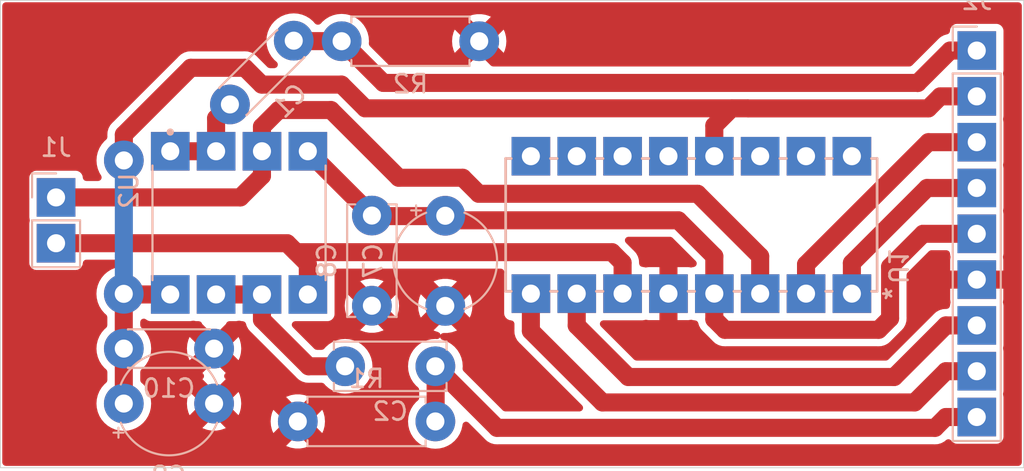
<source format=kicad_pcb>
(kicad_pcb (version 20221018) (generator pcbnew)
  (layers (0 "F.Cu" signal) (31 "B.Cu" signal) (35 "F.Paste" user) (37 "F.SilkS" user "F.Silkscreen") (39 "F.Mask" user) (44 "Edge.Cuts" user))
  (net 0 "")
  (net 1 "/DigiSelect1")
  (net 2 "GND")
  (net 10 "/DigiSelect2")
  (net 11 "/CURR_CH1")
  (net 12 "/CURR_CH2")
  (net 13 "/ADC_CH1")
  (net 14 "/ADC_CH2")
  (net 15 "/CH1")
  (net 16 "/CH2")
  (net 17 "/+12V")
  (net 18 "/-12V")
  (net 19 "/Neg1_Feedback")
  (net 20 "/Neg2_FeedBack")
  (footprint "Connector_PinSocket_2.54mm:PinSocket_1x02_P2.54mm_Vertical" (layer "B.Cu") (at 3.08 10.922 180)
    (fp_text reference "J1" (at 0 2.77) (layer "B.SilkS") (effects (justify mirror)))
    (fp_text value "Conn_01x02")
    (fp_line (start -1.33 -3.87) (end 1.33 -3.87) (stroke (width 0.12)) (layer "B.SilkS"))
    (fp_line (start -1.33 -1.27) (end -1.33 -3.87) (stroke (width 0.12)) (layer "B.SilkS"))
    (fp_line (start -1.33 -1.27) (end 1.33 -1.27) (stroke (width 0.12)) (layer "B.SilkS"))
    (fp_line (start 0 1.33) (end 1.33 1.33) (stroke (width 0.12)) (layer "B.SilkS"))
    (fp_line (start 1.33 -1.27) (end 1.33 -3.87) (stroke (width 0.12)) (layer "B.SilkS"))
    (fp_line (start 1.33 1.33) (end 1.33 0) (stroke (width 0.12)) (layer "B.SilkS"))
    (pad "1" thru_hole rect (at 0 0 180) (size 2.14 2.14) (drill 1) (layers "*.Cu" "*.Mask") (net 15 "/CH1"))
    (pad "2" thru_hole rect (at 0 -2.54 180) (size 2.14 2.14) (drill 1) (layers "*.Cu" "*.Mask") (net 16 "/CH2"))
  )
  (footprint "Capacitor_THT:C_Disc_D4.3mm_W1.9mm_P5.00mm" (layer "B.Cu") (at 6.8326 19.304)
    (fp_text reference "C10" (at 2.5 2.2) (layer "B.SilkS") (effects (justify mirror)))
    (fp_text value "1n")
    (fp_line (start 0.23 -1.07) (end 4.77 -1.07) (stroke (width 0.12)) (layer "B.SilkS"))
    (fp_line (start 0.23 -1.055) (end 0.23 -1.07) (stroke (width 0.12)) (layer "B.SilkS"))
    (fp_line (start 0.23 1.07) (end 0.23 1.055) (stroke (width 0.12)) (layer "B.SilkS"))
    (fp_line (start 0.23 1.07) (end 4.77 1.07) (stroke (width 0.12)) (layer "B.SilkS"))
    (fp_line (start 4.77 -1.055) (end 4.77 -1.07) (stroke (width 0.12)) (layer "B.SilkS"))
    (fp_line (start 4.77 1.07) (end 4.77 1.055) (stroke (width 0.12)) (layer "B.SilkS"))
    (pad "1" thru_hole circle (at 0 0) (size 2.2 2.2) (drill 1) (layers "*.Cu" "*.Mask") (net 17 "/+12V"))
    (pad "2" thru_hole circle (at 5 0) (size 2.2 2.2) (drill 1) (layers "*.Cu" "*.Mask") (net 2 "GND"))
  )
  (footprint "Resistor_THT:R_Axial_DIN0207_L6.3mm_D2.5mm_P7.62mm_Horizontal" (layer "B.Cu") (at 18.8976 2.2606)
    (fp_text reference "R2" (at 3.81 2.37) (layer "B.SilkS") (effects (justify mirror)))
    (fp_text value "27 kΩ")
    (fp_line (start 0.54 -1.37) (end 7.08 -1.37) (stroke (width 0.12)) (layer "B.SilkS"))
    (fp_line (start 0.54 -1.04) (end 0.54 -1.37) (stroke (width 0.12)) (layer "B.SilkS"))
    (fp_line (start 0.54 1.04) (end 0.54 1.37) (stroke (width 0.12)) (layer "B.SilkS"))
    (fp_line (start 0.54 1.37) (end 7.08 1.37) (stroke (width 0.12)) (layer "B.SilkS"))
    (fp_line (start 7.08 -1.37) (end 7.08 -1.04) (stroke (width 0.12)) (layer "B.SilkS"))
    (fp_line (start 7.08 1.37) (end 7.08 1.04) (stroke (width 0.12)) (layer "B.SilkS"))
    (pad "1" thru_hole circle (at 0 0) (size 2.2 2.2) (drill 1) (layers "*.Cu" "*.Mask") (net 13 "/ADC_CH1"))
    (pad "2" thru_hole circle (at 7.62 0) (size 2.2 2.2) (drill 1) (layers "*.Cu" "*.Mask") (net 2 "GND"))
  )
  (footprint "Capacitor_THT:CP_Radial_Tantal_D5.5mm_P5.00mm" (layer "B.Cu") (at 6.8326 22.352)
    (fp_text reference "C9" (at 2.5 4 180) (layer "B.SilkS") (effects (justify mirror)))
    (fp_text value "1µ")
    (fp_line (start -0.572262 1.615) (end -0.022262 1.615) (stroke (width 0.12)) (layer "B.SilkS"))
    (fp_line (start -0.297262 1.89) (end -0.297262 1.34) (stroke (width 0.12)) (layer "B.SilkS"))
    (fp_arc (start -0.167077 -1.06) (mid 2.5 -2.87) (end 5.167077 -1.06) (stroke (width 0.12)) (layer "B.SilkS"))
    (fp_arc (start 5.167077 1.06) (mid 2.5 2.87) (end -0.167077 1.06) (stroke (width 0.12)) (layer "B.SilkS"))
    (pad "1" thru_hole circle (at 0 0) (size 2.2 2.2) (drill 1) (layers "*.Cu" "*.Mask") (net 17 "/+12V"))
    (pad "2" thru_hole circle (at 5 0) (size 2.2 2.2) (drill 1) (layers "*.Cu" "*.Mask") (net 2 "GND"))
  )
  (footprint "Capacitor_THT:CP_Radial_Tantal_D5.5mm_P5.00mm" (layer "B.Cu") (at 24.638 11.938 -90)
    (fp_text reference "C7" (at 2.5 4 90) (layer "B.SilkS") (effects (justify mirror)))
    (fp_text value "1µ")
    (fp_line (start -0.572262 1.615) (end -0.022262 1.615) (stroke (width 0.12)) (layer "B.SilkS"))
    (fp_line (start -0.297262 1.89) (end -0.297262 1.34) (stroke (width 0.12)) (layer "B.SilkS"))
    (fp_arc (start -0.167077 -1.06) (mid 2.5 -2.87) (end 5.167077 -1.06) (stroke (width 0.12)) (layer "B.SilkS"))
    (fp_arc (start 5.167077 1.06) (mid 2.5 2.87) (end -0.167077 1.06) (stroke (width 0.12)) (layer "B.SilkS"))
    (pad "1" thru_hole circle (at 0 0 270) (size 2.2 2.2) (drill 1) (layers "*.Cu" "*.Mask") (net 18 "/-12V"))
    (pad "2" thru_hole circle (at 5 0 270) (size 2.2 2.2) (drill 1) (layers "*.Cu" "*.Mask") (net 2 "GND"))
  )
  (footprint "Capacitor_THT:C_Disc_D4.3mm_W1.9mm_P5.00mm" (layer "B.Cu") (at 12.710233 5.7658 45)
    (fp_text reference "C1" (at 2.5 2.2 45) (layer "B.SilkS") (effects (justify mirror)))
    (fp_text value "10n")
    (fp_line (start 0.23 -1.07) (end 4.77 -1.07) (stroke (width 0.12)) (layer "B.SilkS"))
    (fp_line (start 0.23 -1.055) (end 0.23 -1.07) (stroke (width 0.12)) (layer "B.SilkS"))
    (fp_line (start 0.23 1.07) (end 0.23 1.055) (stroke (width 0.12)) (layer "B.SilkS"))
    (fp_line (start 0.23 1.07) (end 4.77 1.07) (stroke (width 0.12)) (layer "B.SilkS"))
    (fp_line (start 4.77 -1.055) (end 4.77 -1.07) (stroke (width 0.12)) (layer "B.SilkS"))
    (fp_line (start 4.77 1.07) (end 4.77 1.055) (stroke (width 0.12)) (layer "B.SilkS"))
    (pad "1" thru_hole circle (at 0 0 45) (size 2.2 2.2) (drill 1) (layers "*.Cu" "*.Mask") (net 19 "/Neg1_Feedback"))
    (pad "2" thru_hole circle (at 5 0 45) (size 2.2 2.2) (drill 1) (layers "*.Cu" "*.Mask") (net 13 "/ADC_CH1"))
  )
  (footprint "ADG442:N_16_ADI" (layer "B.Cu") (at 47.16 16.256 90)
    (fp_text reference "U1" (at 1.524 2.54 -90 unlocked) (layer "B.SilkS") (effects (justify mirror)))
    (fp_text value "ADG442BNZ")
    (fp_text user "*" (at 0 2.286 90) (layer "B.SilkS") (effects (justify mirror)))
    (fp_line (start 0.127 -19.177) (end 7.493 -19.177) (stroke (width 0.1524)) (layer "B.SilkS"))
    (fp_line (start 0.127 -18.867348) (end 0.127 -19.177) (stroke (width 0.1524)) (layer "B.SilkS"))
    (fp_line (start 0.127 -16.327348) (end 0.127 -16.692652) (stroke (width 0.1524)) (layer "B.SilkS"))
    (fp_line (start 0.127 -13.787348) (end 0.127 -14.152652) (stroke (width 0.1524)) (layer "B.SilkS"))
    (fp_line (start 0.127 -11.247348) (end 0.127 -11.612652) (stroke (width 0.1524)) (layer "B.SilkS"))
    (fp_line (start 0.127 -8.707348) (end 0.127 -9.072652) (stroke (width 0.1524)) (layer "B.SilkS"))
    (fp_line (start 0.127 -6.167348) (end 0.127 -6.532652) (stroke (width 0.1524)) (layer "B.SilkS"))
    (fp_line (start 0.127 -3.627348) (end 0.127 -3.992652) (stroke (width 0.1524)) (layer "B.SilkS"))
    (fp_line (start 0.127 -1.09474) (end 0.127 -1.452652) (stroke (width 0.1524)) (layer "B.SilkS"))
    (fp_line (start 0.127 1.397) (end 0.127 1.09474) (stroke (width 0.1524)) (layer "B.SilkS"))
    (fp_line (start 7.493 -19.177) (end 7.493 -18.867348) (stroke (width 0.1524)) (layer "B.SilkS"))
    (fp_line (start 7.493 -16.692652) (end 7.493 -16.327348) (stroke (width 0.1524)) (layer "B.SilkS"))
    (fp_line (start 7.493 -14.152652) (end 7.493 -13.787348) (stroke (width 0.1524)) (layer "B.SilkS"))
    (fp_line (start 7.493 -11.612652) (end 7.493 -11.247348) (stroke (width 0.1524)) (layer "B.SilkS"))
    (fp_line (start 7.493 -9.072652) (end 7.493 -8.707348) (stroke (width 0.1524)) (layer "B.SilkS"))
    (fp_line (start 7.493 -6.532652) (end 7.493 -6.167348) (stroke (width 0.1524)) (layer "B.SilkS"))
    (fp_line (start 7.493 -3.992652) (end 7.493 -3.627348) (stroke (width 0.1524)) (layer "B.SilkS"))
    (fp_line (start 7.493 -1.452652) (end 7.493 -1.087348) (stroke (width 0.1524)) (layer "B.SilkS"))
    (fp_line (start 7.493 1.087348) (end 7.493 1.397) (stroke (width 0.1524)) (layer "B.SilkS"))
    (fp_line (start 7.493 1.397) (end 0.127 1.397) (stroke (width 0.1524)) (layer "B.SilkS"))
    (pad "1" thru_hole rect (at 0 0 90) (size 2.14 2.14) (drill 1) (layers "*.Cu" "*.Mask") (net 1 "/DigiSelect1"))
    (pad "2" thru_hole rect (at 0 -2.54 90) (size 2.14 2.14) (drill 1) (layers "*.Cu" "*.Mask") (net 11 "/CURR_CH1"))
    (pad "3" thru_hole rect (at 0 -5.08 90) (size 2.14 2.14) (drill 1) (layers "*.Cu" "*.Mask") (net 15 "/CH1"))
    (pad "4" thru_hole rect (at 0 -7.62 90) (size 2.14 2.14) (drill 1) (layers "*.Cu" "*.Mask") (net 18 "/-12V"))
    (pad "5" thru_hole rect (at 0 -10.16 90) (size 2.14 2.14) (drill 1) (layers "*.Cu" "*.Mask") (net 2 "GND"))
    (pad "6" thru_hole rect (at 0 -12.7 90) (size 2.14 2.14) (drill 1) (layers "*.Cu" "*.Mask") (net 16 "/CH2"))
    (pad "7" thru_hole rect (at 0 -15.24 90) (size 2.14 2.14) (drill 1) (layers "*.Cu" "*.Mask") (net 12 "/CURR_CH2"))
    (pad "8" thru_hole rect (at 0 -17.78 90) (size 2.14 2.14) (drill 1) (layers "*.Cu" "*.Mask") (net 10 "/DigiSelect2"))
    (pad "9" thru_hole rect (at 7.62 -17.78 90) (size 2.14 2.14) (drill 1) (layers "*.Cu" "*.Mask"))
    (pad "10" thru_hole rect (at 7.62 -15.24 90) (size 2.14 2.14) (drill 1) (layers "*.Cu" "*.Mask"))
    (pad "11" thru_hole rect (at 7.62 -12.7 90) (size 2.14 2.14) (drill 1) (layers "*.Cu" "*.Mask"))
    (pad "12" thru_hole rect (at 7.62 -10.16 90) (size 2.14 2.14) (drill 1) (layers "*.Cu" "*.Mask"))
    (pad "13" thru_hole rect (at 7.62 -7.62 90) (size 2.14 2.14) (drill 1) (layers "*.Cu" "*.Mask") (net 17 "/+12V"))
    (pad "14" thru_hole rect (at 7.62 -5.08 90) (size 2.14 2.14) (drill 1) (layers "*.Cu" "*.Mask"))
    (pad "15" thru_hole rect (at 7.62 -2.54 90) (size 2.14 2.14) (drill 1) (layers "*.Cu" "*.Mask"))
    (pad "16" thru_hole rect (at 7.62 0 90) (size 2.14 2.14) (drill 1) (layers "*.Cu" "*.Mask"))
  )
  (footprint "LF412:LF412CN" (layer "B.Cu") (at 13.215 12.332 -90)
    (fp_text reference "U2" (at -1.778 6.096 90) (layer "B.SilkS") (effects (justify mirror)))
    (fp_text value "LF412CN")
    (fp_line (start -3.175 -4.795) (end 3.175 -4.795) (stroke (width 0.127)) (layer "B.SilkS"))
    (fp_line (start -3.175 4.795) (end 3.175 4.795) (stroke (width 0.127)) (layer "B.SilkS"))
    (fp_circle (center -5.035 3.81) (end -4.935 3.81) (stroke (width 0.2)) (fill none) (layer "B.SilkS"))
    (pad "1" thru_hole rect (at -3.97 3.81 270) (size 2.14 2.14) (drill 1) (layers "*.Cu" "*.Mask") (net 19 "/Neg1_Feedback"))
    (pad "2" thru_hole rect (at -3.97 1.27 270) (size 2.14 2.14) (drill 1) (layers "*.Cu" "*.Mask") (net 19 "/Neg1_Feedback"))
    (pad "3" thru_hole rect (at -3.97 -1.27 270) (size 2.14 2.14) (drill 1) (layers "*.Cu" "*.Mask") (net 15 "/CH1"))
    (pad "4" thru_hole rect (at -3.97 -3.81 270) (size 2.14 2.14) (drill 1) (layers "*.Cu" "*.Mask") (net 18 "/-12V"))
    (pad "5" thru_hole rect (at 3.97 -3.81 270) (size 2.14 2.14) (drill 1) (layers "*.Cu" "*.Mask") (net 16 "/CH2"))
    (pad "6" thru_hole rect (at 3.97 -1.27 270) (size 2.14 2.14) (drill 1) (layers "*.Cu" "*.Mask") (net 20 "/Neg2_FeedBack"))
    (pad "7" thru_hole rect (at 3.97 1.27 270) (size 2.14 2.14) (drill 1) (layers "*.Cu" "*.Mask") (net 20 "/Neg2_FeedBack"))
    (pad "8" thru_hole rect (at 3.97 3.81 270) (size 2.14 2.14) (drill 1) (layers "*.Cu" "*.Mask") (net 17 "/+12V"))
  )
  (footprint "Capacitor_THT:C_Disc_D6.0mm_W2.5mm_P5.00mm" (layer "B.Cu") (at 19.09 20.2854)
    (fp_text reference "C2" (at 2.5 2.5) (layer "B.SilkS") (effects (justify mirror)))
    (fp_text value "10n")
    (fp_line (start -0.62 -1.37) (end 5.62 -1.37) (stroke (width 0.12)) (layer "B.SilkS"))
    (fp_line (start -0.62 -0.925) (end -0.62 -1.37) (stroke (width 0.12)) (layer "B.SilkS"))
    (fp_line (start -0.62 1.37) (end -0.62 0.925) (stroke (width 0.12)) (layer "B.SilkS"))
    (fp_line (start -0.62 1.37) (end 5.62 1.37) (stroke (width 0.12)) (layer "B.SilkS"))
    (fp_line (start 5.62 -0.925) (end 5.62 -1.37) (stroke (width 0.12)) (layer "B.SilkS"))
    (fp_line (start 5.62 1.37) (end 5.62 0.925) (stroke (width 0.12)) (layer "B.SilkS"))
    (pad "1" thru_hole circle (at 0 0) (size 2.2 2.2) (drill 1) (layers "*.Cu" "*.Mask") (net 20 "/Neg2_FeedBack"))
    (pad "2" thru_hole circle (at 5 0) (size 2.2 2.2) (drill 1) (layers "*.Cu" "*.Mask") (net 14 "/ADC_CH2"))
  )
  (footprint "Connector_PinSocket_2.54mm:PinSocket_1x09_P2.54mm_Vertical" (layer "B.Cu") (at 54.077 2.7786 180)
    (fp_text reference "J2" (at 0 2.77) (layer "B.SilkS") (effects (justify mirror)))
    (fp_text value "Conn_01x09")
    (fp_line (start -1.33 -21.65) (end 1.33 -21.65) (stroke (width 0.12)) (layer "B.SilkS"))
    (fp_line (start -1.33 -1.27) (end -1.33 -21.65) (stroke (width 0.12)) (layer "B.SilkS"))
    (fp_line (start -1.33 -1.27) (end 1.33 -1.27) (stroke (width 0.12)) (layer "B.SilkS"))
    (fp_line (start 0 1.33) (end 1.33 1.33) (stroke (width 0.12)) (layer "B.SilkS"))
    (fp_line (start 1.33 -1.27) (end 1.33 -21.65) (stroke (width 0.12)) (layer "B.SilkS"))
    (fp_line (start 1.33 1.33) (end 1.33 0) (stroke (width 0.12)) (layer "B.SilkS"))
    (pad "1" thru_hole rect (at 0 0 180) (size 2.14 2.14) (drill 1) (layers "*.Cu" "*.Mask") (net 13 "/ADC_CH1"))
    (pad "2" thru_hole rect (at 0 -2.54 180) (size 2.14 2.14) (drill 1) (layers "*.Cu" "*.Mask") (net 17 "/+12V"))
    (pad "3" thru_hole rect (at 0 -5.08 180) (size 2.14 2.14) (drill 1) (layers "*.Cu" "*.Mask") (net 11 "/CURR_CH1"))
    (pad "4" thru_hole rect (at 0 -7.62 180) (size 2.14 2.14) (drill 1) (layers "*.Cu" "*.Mask") (net 1 "/DigiSelect1"))
    (pad "5" thru_hole rect (at 0 -10.16 180) (size 2.14 2.14) (drill 1) (layers "*.Cu" "*.Mask") (net 18 "/-12V"))
    (pad "6" thru_hole rect (at 0 -12.7 180) (size 2.14 2.14) (drill 1) (layers "*.Cu" "*.Mask") (net 2 "GND"))
    (pad "7" thru_hole rect (at 0 -15.24 180) (size 2.14 2.14) (drill 1) (layers "*.Cu" "*.Mask") (net 12 "/CURR_CH2"))
    (pad "8" thru_hole rect (at 0 -17.78 180) (size 2.14 2.14) (drill 1) (layers "*.Cu" "*.Mask") (net 10 "/DigiSelect2"))
    (pad "9" thru_hole rect (at 0 -20.32 180) (size 2.14 2.14) (drill 1) (layers "*.Cu" "*.Mask") (net 14 "/ADC_CH2"))
  )
  (footprint "Resistor_THT:R_Axial_DIN0207_L6.3mm_D2.5mm_P7.62mm_Horizontal" (layer "B.Cu") (at 24.09 23.3426 180)
    (fp_text reference "R1" (at 3.81 2.37) (layer "B.SilkS") (effects (justify mirror)))
    (fp_text value "27 kΩ")
    (fp_line (start 0.54 -1.37) (end 7.08 -1.37) (stroke (width 0.12)) (layer "B.SilkS"))
    (fp_line (start 0.54 -1.04) (end 0.54 -1.37) (stroke (width 0.12)) (layer "B.SilkS"))
    (fp_line (start 0.54 1.04) (end 0.54 1.37) (stroke (width 0.12)) (layer "B.SilkS"))
    (fp_line (start 0.54 1.37) (end 7.08 1.37) (stroke (width 0.12)) (layer "B.SilkS"))
    (fp_line (start 7.08 -1.37) (end 7.08 -1.04) (stroke (width 0.12)) (layer "B.SilkS"))
    (fp_line (start 7.08 1.37) (end 7.08 1.04) (stroke (width 0.12)) (layer "B.SilkS"))
    (pad "1" thru_hole circle (at 0 0 180) (size 2.2 2.2) (drill 1) (layers "*.Cu" "*.Mask") (net 14 "/ADC_CH2"))
    (pad "2" thru_hole circle (at 7.62 0 180) (size 2.2 2.2) (drill 1) (layers "*.Cu" "*.Mask") (net 2 "GND"))
  )
  (footprint "Capacitor_THT:C_Disc_D6.0mm_W2.5mm_P5.00mm" (layer "B.Cu") (at 20.574 11.9272 -90)
    (fp_text reference "C8" (at 2.5 2.5 90) (layer "B.SilkS") (effects (justify mirror)))
    (fp_text value "1n")
    (fp_line (start -0.62 -1.37) (end 5.62 -1.37) (stroke (width 0.12)) (layer "B.SilkS"))
    (fp_line (start -0.62 -0.925) (end -0.62 -1.37) (stroke (width 0.12)) (layer "B.SilkS"))
    (fp_line (start -0.62 1.37) (end -0.62 0.925) (stroke (width 0.12)) (layer "B.SilkS"))
    (fp_line (start -0.62 1.37) (end 5.62 1.37) (stroke (width 0.12)) (layer "B.SilkS"))
    (fp_line (start 5.62 -0.925) (end 5.62 -1.37) (stroke (width 0.12)) (layer "B.SilkS"))
    (fp_line (start 5.62 1.37) (end 5.62 0.925) (stroke (width 0.12)) (layer "B.SilkS"))
    (pad "1" thru_hole circle (at 0 0 270) (size 2.2 2.2) (drill 1) (layers "*.Cu" "*.Mask") (net 18 "/-12V"))
    (pad "2" thru_hole circle (at 5 0 270) (size 2.2 2.2) (drill 1) (layers "*.Cu" "*.Mask") (net 2 "GND"))
  )
  (gr_rect (start 0 0) (end 56.674 25.908) (stroke (width 0.05)) (fill none) (layer "Edge.Cuts"))
  (segment (start 51.3234 10.3986) (end 54.077 10.3986) (width 1) (layer "F.Cu") (net 1))
  (segment (start 47.16 16.256) (end 47.16 14.562) (width 1) (layer "F.Cu") (net 1))
  (segment (start 47.16 14.562) (end 51.3234 10.3986) (width 1) (layer "F.Cu") (net 1))
  (segment (start 50.6352 22.2882) (end 33.3422 22.2882) (width 1) (layer "F.Cu") (net 10))
  (segment (start 54.077 20.5586) (end 52.3648 20.5586) (width 1) (layer "F.Cu") (net 10))
  (segment (start 52.3648 20.5586) (end 50.6352 22.2882) (width 1) (layer "F.Cu") (net 10))
  (segment (start 29.38 18.326) (end 29.38 16.256) (width 1) (layer "F.Cu") (net 10))
  (segment (start 33.3422 22.2882) (end 29.38 18.326) (width 1) (layer "F.Cu") (net 10))
  (segment (start 51.3996 7.8586) (end 44.62 14.6382) (width 1) (layer "F.Cu") (net 11))
  (segment (start 44.62 14.6382) (end 44.62 16.256) (width 1) (layer "F.Cu") (net 11))
  (segment (start 54.077 7.8586) (end 51.3996 7.8586) (width 1) (layer "F.Cu") (net 11))
  (segment (start 54.077 18.0186) (end 52.3648 18.0186) (width 1) (layer "F.Cu") (net 12))
  (segment (start 49.5052 20.8782) (end 34.772 20.8782) (width 1) (layer "F.Cu") (net 12))
  (segment (start 31.92 18.0262) (end 31.92 16.256) (width 1) (layer "F.Cu") (net 12))
  (segment (start 34.772 20.8782) (end 31.92 18.0262) (width 1) (layer "F.Cu") (net 12))
  (segment (start 52.3648 18.0186) (end 49.5052 20.8782) (width 1) (layer "F.Cu") (net 12))
  (segment (start 52.603958 2.7786) (end 54.077 2.7786) (width 1) (layer "F.Cu") (net 13))
  (segment (start 16.245767 2.255666) (end 18.892666 2.255666) (width 1) (layer "F.Cu") (net 13))
  (segment (start 18.8976 2.2606) (end 21.209 4.572) (width 1) (layer "F.Cu") (net 13))
  (segment (start 18.892666 2.255666) (end 18.8976 2.2606) (width 1) (layer "F.Cu") (net 13))
  (segment (start 50.801358 4.572) (end 50.805958 4.5766) (width 1) (layer "F.Cu") (net 13))
  (segment (start 50.805958 4.5766) (end 52.603958 2.7786) (width 1) (layer "F.Cu") (net 13))
  (segment (start 21.209 4.572) (end 50.801358 4.572) (width 1) (layer "F.Cu") (net 13))
  (segment (start 51.7652 23.6982) (end 27.5028 23.6982) (width 1) (layer "F.Cu") (net 14))
  (segment (start 54.077 23.0986) (end 52.3648 23.0986) (width 1) (layer "F.Cu") (net 14))
  (segment (start 24.09 20.2854) (end 24.1046 20.3) (width 1) (layer "F.Cu") (net 14))
  (segment (start 24.1046 20.3) (end 24.1046 23.328) (width 1) (layer "F.Cu") (net 14))
  (segment (start 27.5028 23.6982) (end 24.09 20.2854) (width 1) (layer "F.Cu") (net 14))
  (segment (start 52.3648 23.0986) (end 51.7652 23.6982) (width 1) (layer "F.Cu") (net 14))
  (segment (start 24.1046 23.328) (end 24.09 23.3426) (width 1) (layer "F.Cu") (net 14))
  (segment (start 42.08 16.256) (end 42.08 14.186) (width 1) (layer "F.Cu") (net 15))
  (segment (start 15.411 6.076) (end 14.485 7.002) (width 1) (layer "F.Cu") (net 15))
  (segment (start 14.485 9.722) (end 14.485 8.362) (width 1) (layer "F.Cu") (net 15))
  (segment (start 42.08 14.186) (end 38.6128 10.7188) (width 1) (layer "F.Cu") (net 15))
  (segment (start 25.6032 9.8298) (end 22.059758 9.8298) (width 1) (layer "F.Cu") (net 15))
  (segment (start 38.6128 10.7188) (end 26.4922 10.7188) (width 1) (layer "F.Cu") (net 15))
  (segment (start 13.285 10.922) (end 14.485 9.722) (width 1) (layer "F.Cu") (net 15))
  (segment (start 18.305958 6.076) (end 15.411 6.076) (width 1) (layer "F.Cu") (net 15))
  (segment (start 26.4922 10.7188) (end 25.6032 9.8298) (width 1) (layer "F.Cu") (net 15))
  (segment (start 22.059758 9.8298) (end 18.305958 6.076) (width 1) (layer "F.Cu") (net 15))
  (segment (start 3.08 10.922) (end 13.285 10.922) (width 1) (layer "F.Cu") (net 15))
  (segment (start 14.485 7.002) (end 14.485 8.362) (width 1) (layer "F.Cu") (net 15))
  (segment (start 15.545 13.462) (end 15.875 13.462) (width 1) (layer "F.Cu") (net 16))
  (segment (start 17.025 14.612) (end 17.025 16.302) (width 1) (layer "F.Cu") (net 16))
  (segment (start 15.875 13.462) (end 17.025 14.612) (width 1) (layer "F.Cu") (net 16))
  (segment (start 34.46 14.5464) (end 33.8716 13.958) (width 1) (layer "F.Cu") (net 16))
  (segment (start 3.08 13.462) (end 15.545 13.462) (width 1) (layer "F.Cu") (net 16))
  (segment (start 34.46 16.256) (end 34.46 14.5464) (width 1) (layer "F.Cu") (net 16))
  (segment (start 16.371 13.958) (end 15.875 13.462) (width 1) (layer "F.Cu") (net 16))
  (segment (start 33.8716 13.958) (end 16.371 13.958) (width 1) (layer "F.Cu") (net 16))
  (segment (start 51.39 5.9866) (end 41.4066 5.9866) (width 1) (layer "F.Cu") (net 17))
  (segment (start 20.206 5.982) (end 18.89 4.666) (width 1) (layer "F.Cu") (net 17))
  (segment (start 18.89 4.666) (end 14.4704 4.666) (width 1) (layer "F.Cu") (net 17))
  (segment (start 9.405 16.302) (end 6.865 16.302) (width 1) (layer "F.Cu") (net 17))
  (segment (start 39.54 6.942) (end 40.5 5.982) (width 1) (layer "F.Cu") (net 17))
  (segment (start 52.058 5.3186) (end 54.077 5.3186) (width 1) (layer "F.Cu") (net 17))
  (segment (start 6.831 16.268) (end 6.831 19.3024) (width 1) (layer "F.Cu") (net 17))
  (segment (start 13.5382 3.7338) (end 10.541 3.7338) (width 1) (layer "F.Cu") (net 17))
  (segment (start 14.4704 4.666) (end 13.5382 3.7338) (width 1) (layer "F.Cu") (net 17))
  (segment (start 10.541 3.7338) (end 6.834998 7.439802) (width 1) (layer "F.Cu") (net 17))
  (segment (start 39.54 8.636) (end 39.54 6.942) (width 1) (layer "F.Cu") (net 17))
  (segment (start 41.4066 5.9866) (end 41.402 5.982) (width 1) (layer "F.Cu") (net 17))
  (segment (start 41.402 5.982) (end 20.206 5.982) (width 1) (layer "F.Cu") (net 17))
  (segment (start 40.5 5.982) (end 41.402 5.982) (width 1) (layer "F.Cu") (net 17))
  (segment (start 51.39 5.9866) (end 52.058 5.3186) (width 1) (layer "F.Cu") (net 17))
  (segment (start 6.8326 19.304) (end 6.8326 22.098) (width 1) (layer "F.Cu") (net 17))
  (segment (start 6.834998 7.439802) (end 6.834998 8.87) (width 1) (layer "F.Cu") (net 17))
  (segment (start 6.865 16.302) (end 6.831 16.268) (width 1) (layer "F.Cu") (net 17))
  (segment (start 6.831 19.3024) (end 6.8326 19.304) (width 1) (layer "F.Cu") (net 17))
  (via (at 6.834998 8.87) (size 2.2) (drill 1) (layers "F.Cu" "B.Cu") (net 17))
  (via (at 6.831 16.268) (size 2.2) (drill 1) (layers "F.Cu" "B.Cu") (net 17))
  (segment (start 6.834998 9.4126) (end 6.834998 16.806602) (width 1) (layer "B.Cu") (net 17))
  (segment (start 6.834998 16.806602) (end 6.831 16.8106) (width 1) (layer "B.Cu") (net 17))
  (segment (start 51.105 12.9386) (end 49.276 14.7676) (width 1) (layer "F.Cu") (net 18))
  (segment (start 24.618 11.958) (end 24.638 11.938) (width 1) (layer "F.Cu") (net 18))
  (segment (start 24.892 12.192) (end 37.546 12.192) (width 1) (layer "F.Cu") (net 18))
  (segment (start 48.641 18.2626) (end 40.1266 18.2626) (width 1) (layer "F.Cu") (net 18))
  (segment (start 20.574 11.911) (end 17.025 8.362) (width 1) (layer "F.Cu") (net 18))
  (segment (start 49.276 17.6276) (end 48.641 18.2626) (width 1) (layer "F.Cu") (net 18))
  (segment (start 24.638 11.938) (end 24.892 12.192) (width 1) (layer "F.Cu") (net 18))
  (segment (start 37.546 12.192) (end 39.54 14.186) (width 1) (layer "F.Cu") (net 18))
  (segment (start 54.077 12.9386) (end 51.105 12.9386) (width 1) (layer "F.Cu") (net 18))
  (segment (start 49.276 14.7676) (end 49.276 17.6276) (width 1) (layer "F.Cu") (net 18))
  (segment (start 20.6048 11.958) (end 24.618 11.958) (width 1) (layer "F.Cu") (net 18))
  (segment (start 20.574 11.9272) (end 20.6048 11.958) (width 1) (layer "F.Cu") (net 18))
  (segment (start 17.025 8.362) (end 17.025 8.6084) (width 1) (layer "F.Cu") (net 18))
  (segment (start 40.1266 18.2626) (end 39.54 17.676) (width 1) (layer "F.Cu") (net 18))
  (segment (start 20.574 11.9272) (end 20.574 11.911) (width 1) (layer "F.Cu") (net 18))
  (segment (start 39.54 14.186) (end 39.54 16.256) (width 1) (layer "F.Cu") (net 18))
  (segment (start 39.54 17.676) (end 39.54 16.256) (width 1) (layer "F.Cu") (net 18))
  (segment (start 9.405 8.362) (end 11.945 8.362) (width 1) (layer "F.Cu") (net 19))
  (segment (start 11.945 6.531033) (end 12.710233 5.7658) (width 1) (layer "F.Cu") (net 19))
  (segment (start 11.945 8.362) (end 11.945 6.531033) (width 1) (layer "F.Cu") (net 19))
  (segment (start 19.09 20.2854) (end 17.0684 20.2854) (width 1) (layer "F.Cu") (net 20))
  (segment (start 11.945 16.302) (end 14.485 16.302) (width 1) (layer "F.Cu") (net 20))
  (segment (start 17.0684 20.2854) (end 14.485 17.702) (width 1) (layer "F.Cu") (net 20))
  (segment (start 14.485 17.702) (end 14.485 16.302) (width 1) (layer "F.Cu") (net 20))
  (zone (net 2) (net_name "GND") (layer "F.Cu") (connect_pads (clearance 0.4)) (min_thickness 0.4) (fill yes (thermal_gap 0.4) (thermal_bridge_width 1))
    (polygon (pts (xy 0 0) (xy 56.681 0) (xy 56.681 25.908) (xy 0 25.908)))
  )
)
</source>
